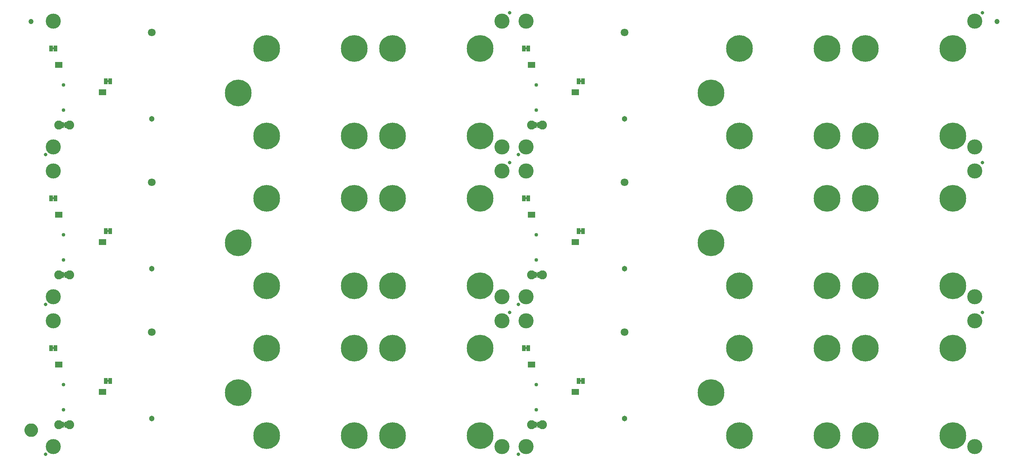
<source format=gbs>
G04 EAGLE Gerber RS-274X export*
G75*
%MOMM*%
%FSLAX34Y34*%
%LPD*%
%INSoldermask Bottom*%
%IPPOS*%
%AMOC8*
5,1,8,0,0,1.08239X$1,22.5*%
G01*
%ADD10C,0.853200*%
%ADD11C,0.838200*%
%ADD12C,3.505200*%
%ADD13C,6.203200*%
%ADD14R,0.863600X1.473200*%
%ADD15C,1.303200*%
%ADD16C,1.803200*%
%ADD17R,0.838200X1.473200*%
%ADD18C,2.082800*%
%ADD19C,1.203200*%
%ADD20C,1.270000*%
%ADD21C,1.703200*%

G36*
X1150050Y768743D02*
X1150050Y768743D01*
X1150116Y768745D01*
X1150159Y768763D01*
X1150206Y768771D01*
X1150263Y768805D01*
X1150323Y768830D01*
X1150358Y768861D01*
X1150399Y768886D01*
X1150441Y768937D01*
X1150489Y768981D01*
X1150511Y769023D01*
X1150540Y769060D01*
X1150561Y769122D01*
X1150592Y769181D01*
X1150600Y769235D01*
X1150612Y769272D01*
X1150611Y769312D01*
X1150619Y769366D01*
X1150619Y774954D01*
X1150608Y775019D01*
X1150606Y775085D01*
X1150588Y775128D01*
X1150580Y775175D01*
X1150546Y775232D01*
X1150521Y775292D01*
X1150490Y775327D01*
X1150465Y775368D01*
X1150414Y775410D01*
X1150370Y775458D01*
X1150328Y775480D01*
X1150291Y775509D01*
X1150229Y775530D01*
X1150170Y775561D01*
X1150116Y775569D01*
X1150079Y775581D01*
X1150039Y775580D01*
X1149985Y775588D01*
X1146175Y775588D01*
X1146110Y775577D01*
X1146044Y775575D01*
X1146001Y775557D01*
X1145954Y775549D01*
X1145897Y775515D01*
X1145837Y775490D01*
X1145802Y775459D01*
X1145761Y775434D01*
X1145720Y775383D01*
X1145671Y775339D01*
X1145649Y775297D01*
X1145620Y775260D01*
X1145599Y775198D01*
X1145568Y775139D01*
X1145560Y775085D01*
X1145548Y775048D01*
X1145549Y775008D01*
X1145541Y774954D01*
X1145541Y769366D01*
X1145552Y769301D01*
X1145554Y769235D01*
X1145572Y769192D01*
X1145580Y769145D01*
X1145614Y769088D01*
X1145639Y769028D01*
X1145670Y768993D01*
X1145695Y768952D01*
X1145746Y768911D01*
X1145790Y768862D01*
X1145832Y768840D01*
X1145869Y768811D01*
X1145931Y768790D01*
X1145990Y768759D01*
X1146044Y768751D01*
X1146081Y768739D01*
X1146121Y768740D01*
X1146175Y768732D01*
X1149985Y768732D01*
X1150050Y768743D01*
G37*
G36*
X52770Y768743D02*
X52770Y768743D01*
X52836Y768745D01*
X52879Y768763D01*
X52926Y768771D01*
X52983Y768805D01*
X53043Y768830D01*
X53078Y768861D01*
X53119Y768886D01*
X53161Y768937D01*
X53209Y768981D01*
X53231Y769023D01*
X53260Y769060D01*
X53281Y769122D01*
X53312Y769181D01*
X53320Y769235D01*
X53332Y769272D01*
X53331Y769312D01*
X53339Y769366D01*
X53339Y774954D01*
X53328Y775019D01*
X53326Y775085D01*
X53308Y775128D01*
X53300Y775175D01*
X53266Y775232D01*
X53241Y775292D01*
X53210Y775327D01*
X53185Y775368D01*
X53134Y775410D01*
X53090Y775458D01*
X53048Y775480D01*
X53011Y775509D01*
X52949Y775530D01*
X52890Y775561D01*
X52836Y775569D01*
X52799Y775581D01*
X52759Y775580D01*
X52705Y775588D01*
X48895Y775588D01*
X48830Y775577D01*
X48764Y775575D01*
X48721Y775557D01*
X48674Y775549D01*
X48617Y775515D01*
X48557Y775490D01*
X48522Y775459D01*
X48481Y775434D01*
X48440Y775383D01*
X48391Y775339D01*
X48369Y775297D01*
X48340Y775260D01*
X48319Y775198D01*
X48288Y775139D01*
X48280Y775085D01*
X48268Y775048D01*
X48269Y775008D01*
X48261Y774954D01*
X48261Y769366D01*
X48272Y769301D01*
X48274Y769235D01*
X48292Y769192D01*
X48300Y769145D01*
X48334Y769088D01*
X48359Y769028D01*
X48390Y768993D01*
X48415Y768952D01*
X48466Y768911D01*
X48510Y768862D01*
X48552Y768840D01*
X48589Y768811D01*
X48651Y768790D01*
X48710Y768759D01*
X48764Y768751D01*
X48801Y768739D01*
X48841Y768740D01*
X48895Y768732D01*
X52705Y768732D01*
X52770Y768743D01*
G37*
G36*
X1150050Y420763D02*
X1150050Y420763D01*
X1150116Y420765D01*
X1150159Y420783D01*
X1150206Y420791D01*
X1150263Y420825D01*
X1150323Y420850D01*
X1150358Y420881D01*
X1150399Y420906D01*
X1150441Y420957D01*
X1150489Y421001D01*
X1150511Y421043D01*
X1150540Y421080D01*
X1150561Y421142D01*
X1150592Y421201D01*
X1150600Y421255D01*
X1150612Y421292D01*
X1150611Y421332D01*
X1150619Y421386D01*
X1150619Y426974D01*
X1150608Y427039D01*
X1150606Y427105D01*
X1150588Y427148D01*
X1150580Y427195D01*
X1150546Y427252D01*
X1150521Y427312D01*
X1150490Y427347D01*
X1150465Y427388D01*
X1150414Y427430D01*
X1150370Y427478D01*
X1150328Y427500D01*
X1150291Y427529D01*
X1150229Y427550D01*
X1150170Y427581D01*
X1150116Y427589D01*
X1150079Y427601D01*
X1150039Y427600D01*
X1149985Y427608D01*
X1146175Y427608D01*
X1146110Y427597D01*
X1146044Y427595D01*
X1146001Y427577D01*
X1145954Y427569D01*
X1145897Y427535D01*
X1145837Y427510D01*
X1145802Y427479D01*
X1145761Y427454D01*
X1145720Y427403D01*
X1145671Y427359D01*
X1145649Y427317D01*
X1145620Y427280D01*
X1145599Y427218D01*
X1145568Y427159D01*
X1145560Y427105D01*
X1145548Y427068D01*
X1145549Y427028D01*
X1145541Y426974D01*
X1145541Y421386D01*
X1145552Y421321D01*
X1145554Y421255D01*
X1145572Y421212D01*
X1145580Y421165D01*
X1145614Y421108D01*
X1145639Y421048D01*
X1145670Y421013D01*
X1145695Y420972D01*
X1145746Y420931D01*
X1145790Y420882D01*
X1145832Y420860D01*
X1145869Y420831D01*
X1145931Y420810D01*
X1145990Y420779D01*
X1146044Y420771D01*
X1146081Y420759D01*
X1146121Y420760D01*
X1146175Y420752D01*
X1149985Y420752D01*
X1150050Y420763D01*
G37*
G36*
X52770Y420763D02*
X52770Y420763D01*
X52836Y420765D01*
X52879Y420783D01*
X52926Y420791D01*
X52983Y420825D01*
X53043Y420850D01*
X53078Y420881D01*
X53119Y420906D01*
X53161Y420957D01*
X53209Y421001D01*
X53231Y421043D01*
X53260Y421080D01*
X53281Y421142D01*
X53312Y421201D01*
X53320Y421255D01*
X53332Y421292D01*
X53331Y421332D01*
X53339Y421386D01*
X53339Y426974D01*
X53328Y427039D01*
X53326Y427105D01*
X53308Y427148D01*
X53300Y427195D01*
X53266Y427252D01*
X53241Y427312D01*
X53210Y427347D01*
X53185Y427388D01*
X53134Y427430D01*
X53090Y427478D01*
X53048Y427500D01*
X53011Y427529D01*
X52949Y427550D01*
X52890Y427581D01*
X52836Y427589D01*
X52799Y427601D01*
X52759Y427600D01*
X52705Y427608D01*
X48895Y427608D01*
X48830Y427597D01*
X48764Y427595D01*
X48721Y427577D01*
X48674Y427569D01*
X48617Y427535D01*
X48557Y427510D01*
X48522Y427479D01*
X48481Y427454D01*
X48440Y427403D01*
X48391Y427359D01*
X48369Y427317D01*
X48340Y427280D01*
X48319Y427218D01*
X48288Y427159D01*
X48280Y427105D01*
X48268Y427068D01*
X48269Y427028D01*
X48261Y426974D01*
X48261Y421386D01*
X48272Y421321D01*
X48274Y421255D01*
X48292Y421212D01*
X48300Y421165D01*
X48334Y421108D01*
X48359Y421048D01*
X48390Y421013D01*
X48415Y420972D01*
X48466Y420931D01*
X48510Y420882D01*
X48552Y420860D01*
X48589Y420831D01*
X48651Y420810D01*
X48710Y420779D01*
X48764Y420771D01*
X48801Y420759D01*
X48841Y420760D01*
X48895Y420752D01*
X52705Y420752D01*
X52770Y420763D01*
G37*
G36*
X1150050Y72783D02*
X1150050Y72783D01*
X1150116Y72785D01*
X1150159Y72803D01*
X1150206Y72811D01*
X1150263Y72845D01*
X1150323Y72870D01*
X1150358Y72901D01*
X1150399Y72926D01*
X1150441Y72977D01*
X1150489Y73021D01*
X1150511Y73063D01*
X1150540Y73100D01*
X1150561Y73162D01*
X1150592Y73221D01*
X1150600Y73275D01*
X1150612Y73312D01*
X1150611Y73352D01*
X1150619Y73406D01*
X1150619Y78994D01*
X1150608Y79059D01*
X1150606Y79125D01*
X1150588Y79168D01*
X1150580Y79215D01*
X1150546Y79272D01*
X1150521Y79332D01*
X1150490Y79367D01*
X1150465Y79408D01*
X1150414Y79450D01*
X1150370Y79498D01*
X1150328Y79520D01*
X1150291Y79549D01*
X1150229Y79570D01*
X1150170Y79601D01*
X1150116Y79609D01*
X1150079Y79621D01*
X1150039Y79620D01*
X1149985Y79628D01*
X1146175Y79628D01*
X1146110Y79617D01*
X1146044Y79615D01*
X1146001Y79597D01*
X1145954Y79589D01*
X1145897Y79555D01*
X1145837Y79530D01*
X1145802Y79499D01*
X1145761Y79474D01*
X1145720Y79423D01*
X1145671Y79379D01*
X1145649Y79337D01*
X1145620Y79300D01*
X1145599Y79238D01*
X1145568Y79179D01*
X1145560Y79125D01*
X1145548Y79088D01*
X1145549Y79048D01*
X1145541Y78994D01*
X1145541Y73406D01*
X1145552Y73341D01*
X1145554Y73275D01*
X1145572Y73232D01*
X1145580Y73185D01*
X1145614Y73128D01*
X1145639Y73068D01*
X1145670Y73033D01*
X1145695Y72992D01*
X1145746Y72951D01*
X1145790Y72902D01*
X1145832Y72880D01*
X1145869Y72851D01*
X1145931Y72830D01*
X1145990Y72799D01*
X1146044Y72791D01*
X1146081Y72779D01*
X1146121Y72780D01*
X1146175Y72772D01*
X1149985Y72772D01*
X1150050Y72783D01*
G37*
G36*
X52770Y72783D02*
X52770Y72783D01*
X52836Y72785D01*
X52879Y72803D01*
X52926Y72811D01*
X52983Y72845D01*
X53043Y72870D01*
X53078Y72901D01*
X53119Y72926D01*
X53161Y72977D01*
X53209Y73021D01*
X53231Y73063D01*
X53260Y73100D01*
X53281Y73162D01*
X53312Y73221D01*
X53320Y73275D01*
X53332Y73312D01*
X53331Y73352D01*
X53339Y73406D01*
X53339Y78994D01*
X53328Y79059D01*
X53326Y79125D01*
X53308Y79168D01*
X53300Y79215D01*
X53266Y79272D01*
X53241Y79332D01*
X53210Y79367D01*
X53185Y79408D01*
X53134Y79450D01*
X53090Y79498D01*
X53048Y79520D01*
X53011Y79549D01*
X52949Y79570D01*
X52890Y79601D01*
X52836Y79609D01*
X52799Y79621D01*
X52759Y79620D01*
X52705Y79628D01*
X48895Y79628D01*
X48830Y79617D01*
X48764Y79615D01*
X48721Y79597D01*
X48674Y79589D01*
X48617Y79555D01*
X48557Y79530D01*
X48522Y79499D01*
X48481Y79474D01*
X48440Y79423D01*
X48391Y79379D01*
X48369Y79337D01*
X48340Y79300D01*
X48319Y79238D01*
X48288Y79179D01*
X48280Y79125D01*
X48268Y79088D01*
X48269Y79048D01*
X48261Y78994D01*
X48261Y73406D01*
X48272Y73341D01*
X48274Y73275D01*
X48292Y73232D01*
X48300Y73185D01*
X48334Y73128D01*
X48359Y73068D01*
X48390Y73033D01*
X48415Y72992D01*
X48466Y72951D01*
X48510Y72902D01*
X48552Y72880D01*
X48589Y72851D01*
X48651Y72830D01*
X48710Y72799D01*
X48764Y72791D01*
X48801Y72779D01*
X48841Y72780D01*
X48895Y72772D01*
X52705Y72772D01*
X52770Y72783D01*
G37*
G36*
X1124650Y252107D02*
X1124650Y252107D01*
X1124716Y252109D01*
X1124759Y252127D01*
X1124806Y252135D01*
X1124863Y252169D01*
X1124923Y252194D01*
X1124958Y252225D01*
X1124999Y252250D01*
X1125041Y252301D01*
X1125089Y252345D01*
X1125111Y252387D01*
X1125140Y252424D01*
X1125161Y252486D01*
X1125192Y252545D01*
X1125200Y252599D01*
X1125212Y252636D01*
X1125211Y252676D01*
X1125219Y252730D01*
X1125219Y255270D01*
X1125208Y255335D01*
X1125206Y255401D01*
X1125188Y255444D01*
X1125180Y255491D01*
X1125146Y255548D01*
X1125121Y255608D01*
X1125090Y255643D01*
X1125065Y255684D01*
X1125014Y255726D01*
X1124970Y255774D01*
X1124928Y255796D01*
X1124891Y255825D01*
X1124829Y255846D01*
X1124770Y255877D01*
X1124716Y255885D01*
X1124679Y255897D01*
X1124639Y255896D01*
X1124585Y255904D01*
X1120775Y255904D01*
X1120710Y255893D01*
X1120644Y255891D01*
X1120601Y255873D01*
X1120554Y255865D01*
X1120497Y255831D01*
X1120437Y255806D01*
X1120402Y255775D01*
X1120361Y255750D01*
X1120320Y255699D01*
X1120271Y255655D01*
X1120249Y255613D01*
X1120220Y255576D01*
X1120199Y255514D01*
X1120168Y255455D01*
X1120160Y255401D01*
X1120148Y255364D01*
X1120148Y255361D01*
X1120149Y255324D01*
X1120141Y255270D01*
X1120141Y252730D01*
X1120152Y252665D01*
X1120154Y252599D01*
X1120172Y252556D01*
X1120180Y252509D01*
X1120214Y252452D01*
X1120239Y252392D01*
X1120270Y252357D01*
X1120295Y252316D01*
X1120346Y252275D01*
X1120390Y252226D01*
X1120432Y252204D01*
X1120469Y252175D01*
X1120531Y252154D01*
X1120590Y252123D01*
X1120644Y252115D01*
X1120681Y252103D01*
X1120721Y252104D01*
X1120775Y252096D01*
X1124585Y252096D01*
X1124650Y252107D01*
G37*
G36*
X27370Y252107D02*
X27370Y252107D01*
X27436Y252109D01*
X27479Y252127D01*
X27526Y252135D01*
X27583Y252169D01*
X27643Y252194D01*
X27678Y252225D01*
X27719Y252250D01*
X27761Y252301D01*
X27809Y252345D01*
X27831Y252387D01*
X27860Y252424D01*
X27881Y252486D01*
X27912Y252545D01*
X27920Y252599D01*
X27932Y252636D01*
X27931Y252676D01*
X27939Y252730D01*
X27939Y255270D01*
X27928Y255335D01*
X27926Y255401D01*
X27908Y255444D01*
X27900Y255491D01*
X27866Y255548D01*
X27841Y255608D01*
X27810Y255643D01*
X27785Y255684D01*
X27734Y255726D01*
X27690Y255774D01*
X27648Y255796D01*
X27611Y255825D01*
X27549Y255846D01*
X27490Y255877D01*
X27436Y255885D01*
X27399Y255897D01*
X27359Y255896D01*
X27305Y255904D01*
X23495Y255904D01*
X23430Y255893D01*
X23364Y255891D01*
X23321Y255873D01*
X23274Y255865D01*
X23217Y255831D01*
X23157Y255806D01*
X23122Y255775D01*
X23081Y255750D01*
X23040Y255699D01*
X22991Y255655D01*
X22969Y255613D01*
X22940Y255576D01*
X22919Y255514D01*
X22888Y255455D01*
X22880Y255401D01*
X22868Y255364D01*
X22868Y255361D01*
X22869Y255324D01*
X22861Y255270D01*
X22861Y252730D01*
X22872Y252665D01*
X22874Y252599D01*
X22892Y252556D01*
X22900Y252509D01*
X22934Y252452D01*
X22959Y252392D01*
X22990Y252357D01*
X23015Y252316D01*
X23066Y252275D01*
X23110Y252226D01*
X23152Y252204D01*
X23189Y252175D01*
X23251Y252154D01*
X23310Y252123D01*
X23364Y252115D01*
X23401Y252103D01*
X23441Y252104D01*
X23495Y252096D01*
X27305Y252096D01*
X27370Y252107D01*
G37*
G36*
X1124650Y948067D02*
X1124650Y948067D01*
X1124716Y948069D01*
X1124759Y948087D01*
X1124806Y948095D01*
X1124863Y948129D01*
X1124923Y948154D01*
X1124958Y948185D01*
X1124999Y948210D01*
X1125041Y948261D01*
X1125089Y948305D01*
X1125111Y948347D01*
X1125140Y948384D01*
X1125161Y948446D01*
X1125192Y948505D01*
X1125200Y948559D01*
X1125212Y948596D01*
X1125211Y948636D01*
X1125219Y948690D01*
X1125219Y951230D01*
X1125208Y951295D01*
X1125206Y951361D01*
X1125188Y951404D01*
X1125180Y951451D01*
X1125146Y951508D01*
X1125121Y951568D01*
X1125090Y951603D01*
X1125065Y951644D01*
X1125014Y951686D01*
X1124970Y951734D01*
X1124928Y951756D01*
X1124891Y951785D01*
X1124829Y951806D01*
X1124770Y951837D01*
X1124716Y951845D01*
X1124679Y951857D01*
X1124639Y951856D01*
X1124585Y951864D01*
X1120775Y951864D01*
X1120710Y951853D01*
X1120644Y951851D01*
X1120601Y951833D01*
X1120554Y951825D01*
X1120497Y951791D01*
X1120437Y951766D01*
X1120402Y951735D01*
X1120361Y951710D01*
X1120320Y951659D01*
X1120271Y951615D01*
X1120249Y951573D01*
X1120220Y951536D01*
X1120199Y951474D01*
X1120168Y951415D01*
X1120160Y951361D01*
X1120148Y951324D01*
X1120148Y951321D01*
X1120149Y951284D01*
X1120141Y951230D01*
X1120141Y948690D01*
X1120152Y948625D01*
X1120154Y948559D01*
X1120172Y948516D01*
X1120180Y948469D01*
X1120214Y948412D01*
X1120239Y948352D01*
X1120270Y948317D01*
X1120295Y948276D01*
X1120346Y948235D01*
X1120390Y948186D01*
X1120432Y948164D01*
X1120469Y948135D01*
X1120531Y948114D01*
X1120590Y948083D01*
X1120644Y948075D01*
X1120681Y948063D01*
X1120721Y948064D01*
X1120775Y948056D01*
X1124585Y948056D01*
X1124650Y948067D01*
G37*
G36*
X27370Y948067D02*
X27370Y948067D01*
X27436Y948069D01*
X27479Y948087D01*
X27526Y948095D01*
X27583Y948129D01*
X27643Y948154D01*
X27678Y948185D01*
X27719Y948210D01*
X27761Y948261D01*
X27809Y948305D01*
X27831Y948347D01*
X27860Y948384D01*
X27881Y948446D01*
X27912Y948505D01*
X27920Y948559D01*
X27932Y948596D01*
X27931Y948636D01*
X27939Y948690D01*
X27939Y951230D01*
X27928Y951295D01*
X27926Y951361D01*
X27908Y951404D01*
X27900Y951451D01*
X27866Y951508D01*
X27841Y951568D01*
X27810Y951603D01*
X27785Y951644D01*
X27734Y951686D01*
X27690Y951734D01*
X27648Y951756D01*
X27611Y951785D01*
X27549Y951806D01*
X27490Y951837D01*
X27436Y951845D01*
X27399Y951857D01*
X27359Y951856D01*
X27305Y951864D01*
X23495Y951864D01*
X23430Y951853D01*
X23364Y951851D01*
X23321Y951833D01*
X23274Y951825D01*
X23217Y951791D01*
X23157Y951766D01*
X23122Y951735D01*
X23081Y951710D01*
X23040Y951659D01*
X22991Y951615D01*
X22969Y951573D01*
X22940Y951536D01*
X22919Y951474D01*
X22888Y951415D01*
X22880Y951361D01*
X22868Y951324D01*
X22868Y951321D01*
X22869Y951284D01*
X22861Y951230D01*
X22861Y948690D01*
X22872Y948625D01*
X22874Y948559D01*
X22892Y948516D01*
X22900Y948469D01*
X22934Y948412D01*
X22959Y948352D01*
X22990Y948317D01*
X23015Y948276D01*
X23066Y948235D01*
X23110Y948186D01*
X23152Y948164D01*
X23189Y948135D01*
X23251Y948114D01*
X23310Y948083D01*
X23364Y948075D01*
X23401Y948063D01*
X23441Y948064D01*
X23495Y948056D01*
X27305Y948056D01*
X27370Y948067D01*
G37*
G36*
X1251650Y871867D02*
X1251650Y871867D01*
X1251716Y871869D01*
X1251759Y871887D01*
X1251806Y871895D01*
X1251863Y871929D01*
X1251923Y871954D01*
X1251958Y871985D01*
X1251999Y872010D01*
X1252041Y872061D01*
X1252089Y872105D01*
X1252111Y872147D01*
X1252140Y872184D01*
X1252161Y872246D01*
X1252192Y872305D01*
X1252200Y872359D01*
X1252212Y872396D01*
X1252211Y872436D01*
X1252219Y872490D01*
X1252219Y875030D01*
X1252208Y875095D01*
X1252206Y875161D01*
X1252188Y875204D01*
X1252180Y875251D01*
X1252146Y875308D01*
X1252121Y875368D01*
X1252090Y875403D01*
X1252065Y875444D01*
X1252014Y875486D01*
X1251970Y875534D01*
X1251928Y875556D01*
X1251891Y875585D01*
X1251829Y875606D01*
X1251770Y875637D01*
X1251716Y875645D01*
X1251679Y875657D01*
X1251639Y875656D01*
X1251585Y875664D01*
X1247775Y875664D01*
X1247710Y875653D01*
X1247644Y875651D01*
X1247601Y875633D01*
X1247554Y875625D01*
X1247497Y875591D01*
X1247437Y875566D01*
X1247402Y875535D01*
X1247361Y875510D01*
X1247320Y875459D01*
X1247271Y875415D01*
X1247249Y875373D01*
X1247220Y875336D01*
X1247199Y875274D01*
X1247168Y875215D01*
X1247160Y875161D01*
X1247148Y875124D01*
X1247148Y875121D01*
X1247149Y875084D01*
X1247141Y875030D01*
X1247141Y872490D01*
X1247152Y872425D01*
X1247154Y872359D01*
X1247172Y872316D01*
X1247180Y872269D01*
X1247214Y872212D01*
X1247239Y872152D01*
X1247270Y872117D01*
X1247295Y872076D01*
X1247346Y872035D01*
X1247390Y871986D01*
X1247432Y871964D01*
X1247469Y871935D01*
X1247531Y871914D01*
X1247590Y871883D01*
X1247644Y871875D01*
X1247681Y871863D01*
X1247721Y871864D01*
X1247775Y871856D01*
X1251585Y871856D01*
X1251650Y871867D01*
G37*
G36*
X154370Y871867D02*
X154370Y871867D01*
X154436Y871869D01*
X154479Y871887D01*
X154526Y871895D01*
X154583Y871929D01*
X154643Y871954D01*
X154678Y871985D01*
X154719Y872010D01*
X154761Y872061D01*
X154809Y872105D01*
X154831Y872147D01*
X154860Y872184D01*
X154881Y872246D01*
X154912Y872305D01*
X154920Y872359D01*
X154932Y872396D01*
X154931Y872436D01*
X154939Y872490D01*
X154939Y875030D01*
X154928Y875095D01*
X154926Y875161D01*
X154908Y875204D01*
X154900Y875251D01*
X154866Y875308D01*
X154841Y875368D01*
X154810Y875403D01*
X154785Y875444D01*
X154734Y875486D01*
X154690Y875534D01*
X154648Y875556D01*
X154611Y875585D01*
X154549Y875606D01*
X154490Y875637D01*
X154436Y875645D01*
X154399Y875657D01*
X154359Y875656D01*
X154305Y875664D01*
X150495Y875664D01*
X150430Y875653D01*
X150364Y875651D01*
X150321Y875633D01*
X150274Y875625D01*
X150217Y875591D01*
X150157Y875566D01*
X150122Y875535D01*
X150081Y875510D01*
X150040Y875459D01*
X149991Y875415D01*
X149969Y875373D01*
X149940Y875336D01*
X149919Y875274D01*
X149888Y875215D01*
X149880Y875161D01*
X149868Y875124D01*
X149868Y875121D01*
X149869Y875084D01*
X149861Y875030D01*
X149861Y872490D01*
X149872Y872425D01*
X149874Y872359D01*
X149892Y872316D01*
X149900Y872269D01*
X149934Y872212D01*
X149959Y872152D01*
X149990Y872117D01*
X150015Y872076D01*
X150066Y872035D01*
X150110Y871986D01*
X150152Y871964D01*
X150189Y871935D01*
X150251Y871914D01*
X150310Y871883D01*
X150364Y871875D01*
X150401Y871863D01*
X150441Y871864D01*
X150495Y871856D01*
X154305Y871856D01*
X154370Y871867D01*
G37*
G36*
X1124650Y600087D02*
X1124650Y600087D01*
X1124716Y600089D01*
X1124759Y600107D01*
X1124806Y600115D01*
X1124863Y600149D01*
X1124923Y600174D01*
X1124958Y600205D01*
X1124999Y600230D01*
X1125041Y600281D01*
X1125089Y600325D01*
X1125111Y600367D01*
X1125140Y600404D01*
X1125161Y600466D01*
X1125192Y600525D01*
X1125200Y600579D01*
X1125212Y600616D01*
X1125211Y600656D01*
X1125219Y600710D01*
X1125219Y603250D01*
X1125208Y603315D01*
X1125206Y603381D01*
X1125188Y603424D01*
X1125180Y603471D01*
X1125146Y603528D01*
X1125121Y603588D01*
X1125090Y603623D01*
X1125065Y603664D01*
X1125014Y603706D01*
X1124970Y603754D01*
X1124928Y603776D01*
X1124891Y603805D01*
X1124829Y603826D01*
X1124770Y603857D01*
X1124716Y603865D01*
X1124679Y603877D01*
X1124639Y603876D01*
X1124585Y603884D01*
X1120775Y603884D01*
X1120710Y603873D01*
X1120644Y603871D01*
X1120601Y603853D01*
X1120554Y603845D01*
X1120497Y603811D01*
X1120437Y603786D01*
X1120402Y603755D01*
X1120361Y603730D01*
X1120320Y603679D01*
X1120271Y603635D01*
X1120249Y603593D01*
X1120220Y603556D01*
X1120199Y603494D01*
X1120168Y603435D01*
X1120160Y603381D01*
X1120148Y603344D01*
X1120148Y603341D01*
X1120149Y603304D01*
X1120141Y603250D01*
X1120141Y600710D01*
X1120152Y600645D01*
X1120154Y600579D01*
X1120172Y600536D01*
X1120180Y600489D01*
X1120214Y600432D01*
X1120239Y600372D01*
X1120270Y600337D01*
X1120295Y600296D01*
X1120346Y600255D01*
X1120390Y600206D01*
X1120432Y600184D01*
X1120469Y600155D01*
X1120531Y600134D01*
X1120590Y600103D01*
X1120644Y600095D01*
X1120681Y600083D01*
X1120721Y600084D01*
X1120775Y600076D01*
X1124585Y600076D01*
X1124650Y600087D01*
G37*
G36*
X27370Y600087D02*
X27370Y600087D01*
X27436Y600089D01*
X27479Y600107D01*
X27526Y600115D01*
X27583Y600149D01*
X27643Y600174D01*
X27678Y600205D01*
X27719Y600230D01*
X27761Y600281D01*
X27809Y600325D01*
X27831Y600367D01*
X27860Y600404D01*
X27881Y600466D01*
X27912Y600525D01*
X27920Y600579D01*
X27932Y600616D01*
X27931Y600656D01*
X27939Y600710D01*
X27939Y603250D01*
X27928Y603315D01*
X27926Y603381D01*
X27908Y603424D01*
X27900Y603471D01*
X27866Y603528D01*
X27841Y603588D01*
X27810Y603623D01*
X27785Y603664D01*
X27734Y603706D01*
X27690Y603754D01*
X27648Y603776D01*
X27611Y603805D01*
X27549Y603826D01*
X27490Y603857D01*
X27436Y603865D01*
X27399Y603877D01*
X27359Y603876D01*
X27305Y603884D01*
X23495Y603884D01*
X23430Y603873D01*
X23364Y603871D01*
X23321Y603853D01*
X23274Y603845D01*
X23217Y603811D01*
X23157Y603786D01*
X23122Y603755D01*
X23081Y603730D01*
X23040Y603679D01*
X22991Y603635D01*
X22969Y603593D01*
X22940Y603556D01*
X22919Y603494D01*
X22888Y603435D01*
X22880Y603381D01*
X22868Y603344D01*
X22868Y603341D01*
X22869Y603304D01*
X22861Y603250D01*
X22861Y600710D01*
X22872Y600645D01*
X22874Y600579D01*
X22892Y600536D01*
X22900Y600489D01*
X22934Y600432D01*
X22959Y600372D01*
X22990Y600337D01*
X23015Y600296D01*
X23066Y600255D01*
X23110Y600206D01*
X23152Y600184D01*
X23189Y600155D01*
X23251Y600134D01*
X23310Y600103D01*
X23364Y600095D01*
X23401Y600083D01*
X23441Y600084D01*
X23495Y600076D01*
X27305Y600076D01*
X27370Y600087D01*
G37*
G36*
X154370Y523887D02*
X154370Y523887D01*
X154436Y523889D01*
X154479Y523907D01*
X154526Y523915D01*
X154583Y523949D01*
X154643Y523974D01*
X154678Y524005D01*
X154719Y524030D01*
X154761Y524081D01*
X154809Y524125D01*
X154831Y524167D01*
X154860Y524204D01*
X154881Y524266D01*
X154912Y524325D01*
X154920Y524379D01*
X154932Y524416D01*
X154931Y524456D01*
X154939Y524510D01*
X154939Y527050D01*
X154928Y527115D01*
X154926Y527181D01*
X154908Y527224D01*
X154900Y527271D01*
X154866Y527328D01*
X154841Y527388D01*
X154810Y527423D01*
X154785Y527464D01*
X154734Y527506D01*
X154690Y527554D01*
X154648Y527576D01*
X154611Y527605D01*
X154549Y527626D01*
X154490Y527657D01*
X154436Y527665D01*
X154399Y527677D01*
X154359Y527676D01*
X154305Y527684D01*
X150495Y527684D01*
X150430Y527673D01*
X150364Y527671D01*
X150321Y527653D01*
X150274Y527645D01*
X150217Y527611D01*
X150157Y527586D01*
X150122Y527555D01*
X150081Y527530D01*
X150040Y527479D01*
X149991Y527435D01*
X149969Y527393D01*
X149940Y527356D01*
X149919Y527294D01*
X149888Y527235D01*
X149880Y527181D01*
X149868Y527144D01*
X149868Y527141D01*
X149869Y527104D01*
X149861Y527050D01*
X149861Y524510D01*
X149872Y524445D01*
X149874Y524379D01*
X149892Y524336D01*
X149900Y524289D01*
X149934Y524232D01*
X149959Y524172D01*
X149990Y524137D01*
X150015Y524096D01*
X150066Y524055D01*
X150110Y524006D01*
X150152Y523984D01*
X150189Y523955D01*
X150251Y523934D01*
X150310Y523903D01*
X150364Y523895D01*
X150401Y523883D01*
X150441Y523884D01*
X150495Y523876D01*
X154305Y523876D01*
X154370Y523887D01*
G37*
G36*
X1251650Y523887D02*
X1251650Y523887D01*
X1251716Y523889D01*
X1251759Y523907D01*
X1251806Y523915D01*
X1251863Y523949D01*
X1251923Y523974D01*
X1251958Y524005D01*
X1251999Y524030D01*
X1252041Y524081D01*
X1252089Y524125D01*
X1252111Y524167D01*
X1252140Y524204D01*
X1252161Y524266D01*
X1252192Y524325D01*
X1252200Y524379D01*
X1252212Y524416D01*
X1252211Y524456D01*
X1252219Y524510D01*
X1252219Y527050D01*
X1252208Y527115D01*
X1252206Y527181D01*
X1252188Y527224D01*
X1252180Y527271D01*
X1252146Y527328D01*
X1252121Y527388D01*
X1252090Y527423D01*
X1252065Y527464D01*
X1252014Y527506D01*
X1251970Y527554D01*
X1251928Y527576D01*
X1251891Y527605D01*
X1251829Y527626D01*
X1251770Y527657D01*
X1251716Y527665D01*
X1251679Y527677D01*
X1251639Y527676D01*
X1251585Y527684D01*
X1247775Y527684D01*
X1247710Y527673D01*
X1247644Y527671D01*
X1247601Y527653D01*
X1247554Y527645D01*
X1247497Y527611D01*
X1247437Y527586D01*
X1247402Y527555D01*
X1247361Y527530D01*
X1247320Y527479D01*
X1247271Y527435D01*
X1247249Y527393D01*
X1247220Y527356D01*
X1247199Y527294D01*
X1247168Y527235D01*
X1247160Y527181D01*
X1247148Y527144D01*
X1247148Y527141D01*
X1247149Y527104D01*
X1247141Y527050D01*
X1247141Y524510D01*
X1247152Y524445D01*
X1247154Y524379D01*
X1247172Y524336D01*
X1247180Y524289D01*
X1247214Y524232D01*
X1247239Y524172D01*
X1247270Y524137D01*
X1247295Y524096D01*
X1247346Y524055D01*
X1247390Y524006D01*
X1247432Y523984D01*
X1247469Y523955D01*
X1247531Y523934D01*
X1247590Y523903D01*
X1247644Y523895D01*
X1247681Y523883D01*
X1247721Y523884D01*
X1247775Y523876D01*
X1251585Y523876D01*
X1251650Y523887D01*
G37*
G36*
X1251650Y175907D02*
X1251650Y175907D01*
X1251716Y175909D01*
X1251759Y175927D01*
X1251806Y175935D01*
X1251863Y175969D01*
X1251923Y175994D01*
X1251958Y176025D01*
X1251999Y176050D01*
X1252041Y176101D01*
X1252089Y176145D01*
X1252111Y176187D01*
X1252140Y176224D01*
X1252161Y176286D01*
X1252192Y176345D01*
X1252200Y176399D01*
X1252212Y176436D01*
X1252211Y176476D01*
X1252219Y176530D01*
X1252219Y179070D01*
X1252208Y179135D01*
X1252206Y179201D01*
X1252188Y179244D01*
X1252180Y179291D01*
X1252146Y179348D01*
X1252121Y179408D01*
X1252090Y179443D01*
X1252065Y179484D01*
X1252014Y179526D01*
X1251970Y179574D01*
X1251928Y179596D01*
X1251891Y179625D01*
X1251829Y179646D01*
X1251770Y179677D01*
X1251716Y179685D01*
X1251679Y179697D01*
X1251639Y179696D01*
X1251585Y179704D01*
X1247775Y179704D01*
X1247710Y179693D01*
X1247644Y179691D01*
X1247601Y179673D01*
X1247554Y179665D01*
X1247497Y179631D01*
X1247437Y179606D01*
X1247402Y179575D01*
X1247361Y179550D01*
X1247320Y179499D01*
X1247271Y179455D01*
X1247249Y179413D01*
X1247220Y179376D01*
X1247199Y179314D01*
X1247168Y179255D01*
X1247160Y179201D01*
X1247148Y179164D01*
X1247148Y179161D01*
X1247149Y179124D01*
X1247141Y179070D01*
X1247141Y176530D01*
X1247152Y176465D01*
X1247154Y176399D01*
X1247172Y176356D01*
X1247180Y176309D01*
X1247214Y176252D01*
X1247239Y176192D01*
X1247270Y176157D01*
X1247295Y176116D01*
X1247346Y176075D01*
X1247390Y176026D01*
X1247432Y176004D01*
X1247469Y175975D01*
X1247531Y175954D01*
X1247590Y175923D01*
X1247644Y175915D01*
X1247681Y175903D01*
X1247721Y175904D01*
X1247775Y175896D01*
X1251585Y175896D01*
X1251650Y175907D01*
G37*
G36*
X154370Y175907D02*
X154370Y175907D01*
X154436Y175909D01*
X154479Y175927D01*
X154526Y175935D01*
X154583Y175969D01*
X154643Y175994D01*
X154678Y176025D01*
X154719Y176050D01*
X154761Y176101D01*
X154809Y176145D01*
X154831Y176187D01*
X154860Y176224D01*
X154881Y176286D01*
X154912Y176345D01*
X154920Y176399D01*
X154932Y176436D01*
X154931Y176476D01*
X154939Y176530D01*
X154939Y179070D01*
X154928Y179135D01*
X154926Y179201D01*
X154908Y179244D01*
X154900Y179291D01*
X154866Y179348D01*
X154841Y179408D01*
X154810Y179443D01*
X154785Y179484D01*
X154734Y179526D01*
X154690Y179574D01*
X154648Y179596D01*
X154611Y179625D01*
X154549Y179646D01*
X154490Y179677D01*
X154436Y179685D01*
X154399Y179697D01*
X154359Y179696D01*
X154305Y179704D01*
X150495Y179704D01*
X150430Y179693D01*
X150364Y179691D01*
X150321Y179673D01*
X150274Y179665D01*
X150217Y179631D01*
X150157Y179606D01*
X150122Y179575D01*
X150081Y179550D01*
X150040Y179499D01*
X149991Y179455D01*
X149969Y179413D01*
X149940Y179376D01*
X149919Y179314D01*
X149888Y179255D01*
X149880Y179201D01*
X149868Y179164D01*
X149868Y179161D01*
X149869Y179124D01*
X149861Y179070D01*
X149861Y176530D01*
X149872Y176465D01*
X149874Y176399D01*
X149892Y176356D01*
X149900Y176309D01*
X149934Y176252D01*
X149959Y176192D01*
X149990Y176157D01*
X150015Y176116D01*
X150066Y176075D01*
X150110Y176026D01*
X150152Y176004D01*
X150189Y175975D01*
X150251Y175954D01*
X150310Y175923D01*
X150364Y175915D01*
X150401Y175903D01*
X150441Y175904D01*
X150495Y175896D01*
X154305Y175896D01*
X154370Y175907D01*
G37*
D10*
X49050Y168600D03*
X49050Y110800D03*
D11*
X7620Y7620D03*
X1084580Y336550D03*
D12*
X1066800Y317500D03*
X25400Y317500D03*
X1066800Y25400D03*
X25400Y25400D03*
D13*
X454700Y150300D03*
D14*
X30607Y254000D03*
X20193Y254000D03*
D15*
X254000Y90500D03*
D16*
X254000Y290500D03*
D17*
X55880Y76200D03*
X45720Y76200D03*
D18*
X63500Y76200D03*
X38100Y76200D03*
D17*
X143764Y152400D03*
X135636Y152400D03*
X34036Y215900D03*
X42164Y215900D03*
D14*
X157607Y177800D03*
X147193Y177800D03*
D13*
X520700Y254000D03*
X520700Y50800D03*
X723900Y50800D03*
X723900Y254000D03*
X812800Y254000D03*
X1016000Y254000D03*
X1016000Y50800D03*
X812800Y50800D03*
D10*
X1146330Y168600D03*
X1146330Y110800D03*
D11*
X1104900Y7620D03*
X2181860Y336550D03*
D12*
X2164080Y317500D03*
X1122680Y317500D03*
X2164080Y25400D03*
X1122680Y25400D03*
D13*
X1551980Y150300D03*
D14*
X1127887Y254000D03*
X1117473Y254000D03*
D15*
X1351280Y90500D03*
D16*
X1351280Y290500D03*
D17*
X1153160Y76200D03*
X1143000Y76200D03*
D18*
X1160780Y76200D03*
X1135380Y76200D03*
D17*
X1241044Y152400D03*
X1232916Y152400D03*
X1131316Y215900D03*
X1139444Y215900D03*
D14*
X1254887Y177800D03*
X1244473Y177800D03*
D13*
X1617980Y254000D03*
X1617980Y50800D03*
X1821180Y50800D03*
X1821180Y254000D03*
X1910080Y254000D03*
X2113280Y254000D03*
X2113280Y50800D03*
X1910080Y50800D03*
D10*
X49050Y516580D03*
X49050Y458780D03*
D11*
X7620Y355600D03*
X1084580Y684530D03*
D12*
X1066800Y665480D03*
X25400Y665480D03*
X1066800Y373380D03*
X25400Y373380D03*
D13*
X454700Y498280D03*
D14*
X30607Y601980D03*
X20193Y601980D03*
D15*
X254000Y438480D03*
D16*
X254000Y638480D03*
D17*
X55880Y424180D03*
X45720Y424180D03*
D18*
X63500Y424180D03*
X38100Y424180D03*
D17*
X143764Y500380D03*
X135636Y500380D03*
X34036Y563880D03*
X42164Y563880D03*
D14*
X157607Y525780D03*
X147193Y525780D03*
D13*
X520700Y601980D03*
X520700Y398780D03*
X723900Y398780D03*
X723900Y601980D03*
X812800Y601980D03*
X1016000Y601980D03*
X1016000Y398780D03*
X812800Y398780D03*
D10*
X1146330Y516580D03*
X1146330Y458780D03*
D11*
X1104900Y355600D03*
X2181860Y684530D03*
D12*
X2164080Y665480D03*
X1122680Y665480D03*
X2164080Y373380D03*
X1122680Y373380D03*
D13*
X1551980Y498280D03*
D14*
X1127887Y601980D03*
X1117473Y601980D03*
D15*
X1351280Y438480D03*
D16*
X1351280Y638480D03*
D17*
X1153160Y424180D03*
X1143000Y424180D03*
D18*
X1160780Y424180D03*
X1135380Y424180D03*
D17*
X1241044Y500380D03*
X1232916Y500380D03*
X1131316Y563880D03*
X1139444Y563880D03*
D14*
X1254887Y525780D03*
X1244473Y525780D03*
D13*
X1617980Y601980D03*
X1617980Y398780D03*
X1821180Y398780D03*
X1821180Y601980D03*
X1910080Y601980D03*
X2113280Y601980D03*
X2113280Y398780D03*
X1910080Y398780D03*
D10*
X49050Y864560D03*
X49050Y806760D03*
D11*
X7620Y703580D03*
X1084580Y1032510D03*
D12*
X1066800Y1013460D03*
X25400Y1013460D03*
X1066800Y721360D03*
X25400Y721360D03*
D13*
X454700Y846260D03*
D14*
X30607Y949960D03*
X20193Y949960D03*
D15*
X254000Y786460D03*
D16*
X254000Y986460D03*
D17*
X55880Y772160D03*
X45720Y772160D03*
D18*
X63500Y772160D03*
X38100Y772160D03*
D17*
X143764Y848360D03*
X135636Y848360D03*
X34036Y911860D03*
X42164Y911860D03*
D14*
X157607Y873760D03*
X147193Y873760D03*
D13*
X520700Y949960D03*
X520700Y746760D03*
X723900Y746760D03*
X723900Y949960D03*
X812800Y949960D03*
X1016000Y949960D03*
X1016000Y746760D03*
X812800Y746760D03*
D10*
X1146330Y864560D03*
X1146330Y806760D03*
D11*
X1104900Y703580D03*
X2181860Y1032510D03*
D12*
X2164080Y1013460D03*
X1122680Y1013460D03*
X2164080Y721360D03*
X1122680Y721360D03*
D13*
X1551980Y846260D03*
D14*
X1127887Y949960D03*
X1117473Y949960D03*
D15*
X1351280Y786460D03*
D16*
X1351280Y986460D03*
D17*
X1153160Y772160D03*
X1143000Y772160D03*
D18*
X1160780Y772160D03*
X1135380Y772160D03*
D17*
X1241044Y848360D03*
X1232916Y848360D03*
X1131316Y911860D03*
X1139444Y911860D03*
D14*
X1254887Y873760D03*
X1244473Y873760D03*
D13*
X1617980Y949960D03*
X1617980Y746760D03*
X1821180Y746760D03*
X1821180Y949960D03*
X1910080Y949960D03*
X2113280Y949960D03*
X2113280Y746760D03*
X1910080Y746760D03*
D19*
X-26238Y1012190D03*
X2215718Y1012190D03*
D20*
X-35293Y63500D02*
X-35290Y63722D01*
X-35282Y63944D01*
X-35268Y64166D01*
X-35249Y64388D01*
X-35225Y64608D01*
X-35195Y64829D01*
X-35160Y65048D01*
X-35119Y65267D01*
X-35073Y65484D01*
X-35022Y65700D01*
X-34965Y65915D01*
X-34903Y66129D01*
X-34836Y66340D01*
X-34764Y66551D01*
X-34686Y66759D01*
X-34604Y66965D01*
X-34516Y67169D01*
X-34424Y67372D01*
X-34326Y67571D01*
X-34224Y67768D01*
X-34117Y67963D01*
X-34005Y68155D01*
X-33888Y68344D01*
X-33767Y68531D01*
X-33641Y68714D01*
X-33511Y68894D01*
X-33376Y69071D01*
X-33238Y69244D01*
X-33095Y69414D01*
X-32947Y69581D01*
X-32796Y69744D01*
X-32641Y69903D01*
X-32482Y70058D01*
X-32319Y70209D01*
X-32152Y70357D01*
X-31982Y70500D01*
X-31809Y70638D01*
X-31632Y70773D01*
X-31452Y70903D01*
X-31269Y71029D01*
X-31082Y71150D01*
X-30893Y71267D01*
X-30701Y71379D01*
X-30506Y71486D01*
X-30309Y71588D01*
X-30110Y71686D01*
X-29907Y71778D01*
X-29703Y71866D01*
X-29497Y71948D01*
X-29289Y72026D01*
X-29078Y72098D01*
X-28867Y72165D01*
X-28653Y72227D01*
X-28438Y72284D01*
X-28222Y72335D01*
X-28005Y72381D01*
X-27786Y72422D01*
X-27567Y72457D01*
X-27346Y72487D01*
X-27126Y72511D01*
X-26904Y72530D01*
X-26682Y72544D01*
X-26460Y72552D01*
X-26238Y72555D01*
X-26016Y72552D01*
X-25794Y72544D01*
X-25572Y72530D01*
X-25350Y72511D01*
X-25130Y72487D01*
X-24909Y72457D01*
X-24690Y72422D01*
X-24471Y72381D01*
X-24254Y72335D01*
X-24038Y72284D01*
X-23823Y72227D01*
X-23609Y72165D01*
X-23398Y72098D01*
X-23187Y72026D01*
X-22979Y71948D01*
X-22773Y71866D01*
X-22569Y71778D01*
X-22366Y71686D01*
X-22167Y71588D01*
X-21970Y71486D01*
X-21775Y71379D01*
X-21583Y71267D01*
X-21394Y71150D01*
X-21207Y71029D01*
X-21024Y70903D01*
X-20844Y70773D01*
X-20667Y70638D01*
X-20494Y70500D01*
X-20324Y70357D01*
X-20157Y70209D01*
X-19994Y70058D01*
X-19835Y69903D01*
X-19680Y69744D01*
X-19529Y69581D01*
X-19381Y69414D01*
X-19238Y69244D01*
X-19100Y69071D01*
X-18965Y68894D01*
X-18835Y68714D01*
X-18709Y68531D01*
X-18588Y68344D01*
X-18471Y68155D01*
X-18359Y67963D01*
X-18252Y67768D01*
X-18150Y67571D01*
X-18052Y67372D01*
X-17960Y67169D01*
X-17872Y66965D01*
X-17790Y66759D01*
X-17712Y66551D01*
X-17640Y66340D01*
X-17573Y66129D01*
X-17511Y65915D01*
X-17454Y65700D01*
X-17403Y65484D01*
X-17357Y65267D01*
X-17316Y65048D01*
X-17281Y64829D01*
X-17251Y64608D01*
X-17227Y64388D01*
X-17208Y64166D01*
X-17194Y63944D01*
X-17186Y63722D01*
X-17183Y63500D01*
X-17186Y63278D01*
X-17194Y63056D01*
X-17208Y62834D01*
X-17227Y62612D01*
X-17251Y62392D01*
X-17281Y62171D01*
X-17316Y61952D01*
X-17357Y61733D01*
X-17403Y61516D01*
X-17454Y61300D01*
X-17511Y61085D01*
X-17573Y60871D01*
X-17640Y60660D01*
X-17712Y60449D01*
X-17790Y60241D01*
X-17872Y60035D01*
X-17960Y59831D01*
X-18052Y59628D01*
X-18150Y59429D01*
X-18252Y59232D01*
X-18359Y59037D01*
X-18471Y58845D01*
X-18588Y58656D01*
X-18709Y58469D01*
X-18835Y58286D01*
X-18965Y58106D01*
X-19100Y57929D01*
X-19238Y57756D01*
X-19381Y57586D01*
X-19529Y57419D01*
X-19680Y57256D01*
X-19835Y57097D01*
X-19994Y56942D01*
X-20157Y56791D01*
X-20324Y56643D01*
X-20494Y56500D01*
X-20667Y56362D01*
X-20844Y56227D01*
X-21024Y56097D01*
X-21207Y55971D01*
X-21394Y55850D01*
X-21583Y55733D01*
X-21775Y55621D01*
X-21970Y55514D01*
X-22167Y55412D01*
X-22366Y55314D01*
X-22569Y55222D01*
X-22773Y55134D01*
X-22979Y55052D01*
X-23187Y54974D01*
X-23398Y54902D01*
X-23609Y54835D01*
X-23823Y54773D01*
X-24038Y54716D01*
X-24254Y54665D01*
X-24471Y54619D01*
X-24690Y54578D01*
X-24909Y54543D01*
X-25130Y54513D01*
X-25350Y54489D01*
X-25572Y54470D01*
X-25794Y54456D01*
X-26016Y54448D01*
X-26238Y54445D01*
X-26460Y54448D01*
X-26682Y54456D01*
X-26904Y54470D01*
X-27126Y54489D01*
X-27346Y54513D01*
X-27567Y54543D01*
X-27786Y54578D01*
X-28005Y54619D01*
X-28222Y54665D01*
X-28438Y54716D01*
X-28653Y54773D01*
X-28867Y54835D01*
X-29078Y54902D01*
X-29289Y54974D01*
X-29497Y55052D01*
X-29703Y55134D01*
X-29907Y55222D01*
X-30110Y55314D01*
X-30309Y55412D01*
X-30506Y55514D01*
X-30701Y55621D01*
X-30893Y55733D01*
X-31082Y55850D01*
X-31269Y55971D01*
X-31452Y56097D01*
X-31632Y56227D01*
X-31809Y56362D01*
X-31982Y56500D01*
X-32152Y56643D01*
X-32319Y56791D01*
X-32482Y56942D01*
X-32641Y57097D01*
X-32796Y57256D01*
X-32947Y57419D01*
X-33095Y57586D01*
X-33238Y57756D01*
X-33376Y57929D01*
X-33511Y58106D01*
X-33641Y58286D01*
X-33767Y58469D01*
X-33888Y58656D01*
X-34005Y58845D01*
X-34117Y59037D01*
X-34224Y59232D01*
X-34326Y59429D01*
X-34424Y59628D01*
X-34516Y59831D01*
X-34604Y60035D01*
X-34686Y60241D01*
X-34764Y60449D01*
X-34836Y60660D01*
X-34903Y60871D01*
X-34965Y61085D01*
X-35022Y61300D01*
X-35073Y61516D01*
X-35119Y61733D01*
X-35160Y61952D01*
X-35195Y62171D01*
X-35225Y62392D01*
X-35249Y62612D01*
X-35268Y62834D01*
X-35282Y63056D01*
X-35290Y63278D01*
X-35293Y63500D01*
D21*
X-26238Y63500D03*
M02*

</source>
